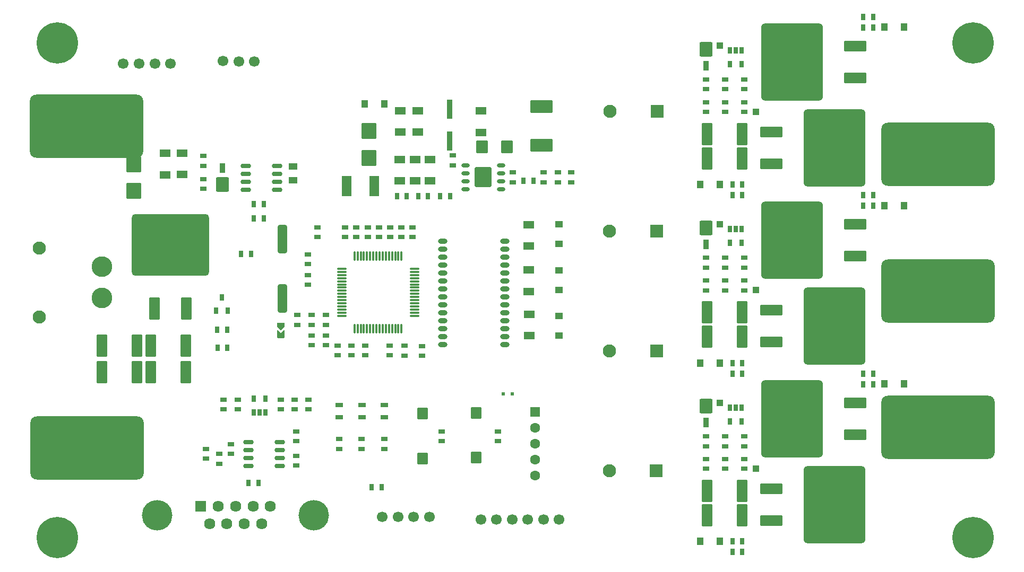
<source format=gts>
G04*
G04 #@! TF.GenerationSoftware,Altium Limited,Altium Designer,22.6.1 (34)*
G04*
G04 Layer_Color=8388736*
%FSLAX44Y44*%
%MOMM*%
G71*
G04*
G04 #@! TF.SameCoordinates,466ED6EB-786F-44DC-B84E-C9F39F190A86*
G04*
G04*
G04 #@! TF.FilePolarity,Negative*
G04*
G01*
G75*
G04:AMPARAMS|DCode=23|XSize=4.6mm|YSize=1.6mm|CornerRadius=0.425mm|HoleSize=0mm|Usage=FLASHONLY|Rotation=90.000|XOffset=0mm|YOffset=0mm|HoleType=Round|Shape=RoundedRectangle|*
%AMROUNDEDRECTD23*
21,1,4.6000,0.7500,0,0,90.0*
21,1,3.7500,1.6000,0,0,90.0*
1,1,0.8500,0.3750,1.8750*
1,1,0.8500,0.3750,-1.8750*
1,1,0.8500,-0.3750,-1.8750*
1,1,0.8500,-0.3750,1.8750*
%
%ADD23ROUNDEDRECTD23*%
%ADD24R,0.7900X1.0900*%
G04:AMPARAMS|DCode=25|XSize=3.16mm|YSize=2.66mm|CornerRadius=0.16mm|HoleSize=0mm|Usage=FLASHONLY|Rotation=90.000|XOffset=0mm|YOffset=0mm|HoleType=Round|Shape=RoundedRectangle|*
%AMROUNDEDRECTD25*
21,1,3.1600,2.3400,0,0,90.0*
21,1,2.8400,2.6600,0,0,90.0*
1,1,0.3200,1.1700,1.4200*
1,1,0.3200,1.1700,-1.4200*
1,1,0.3200,-1.1700,-1.4200*
1,1,0.3200,-1.1700,1.4200*
%
%ADD25ROUNDEDRECTD25*%
%ADD26O,1.3600X0.6600*%
%ADD27O,1.7000X0.7500*%
%ADD28O,1.5400X0.2940*%
%ADD29O,0.2940X1.5400*%
%ADD30O,1.5000X0.8000*%
G04:AMPARAMS|DCode=31|XSize=1.1mm|YSize=1.1mm|CornerRadius=0.15mm|HoleSize=0mm|Usage=FLASHONLY|Rotation=270.000|XOffset=0mm|YOffset=0mm|HoleType=Round|Shape=RoundedRectangle|*
%AMROUNDEDRECTD31*
21,1,1.1000,0.8000,0,0,270.0*
21,1,0.8000,1.1000,0,0,270.0*
1,1,0.3000,-0.4000,-0.4000*
1,1,0.3000,-0.4000,0.4000*
1,1,0.3000,0.4000,0.4000*
1,1,0.3000,0.4000,-0.4000*
%
%ADD31ROUNDEDRECTD31*%
%ADD32R,0.2000X0.2000*%
%ADD33R,1.0000X0.7000*%
G04:AMPARAMS|DCode=34|XSize=1.7mm|YSize=3.6mm|CornerRadius=0.21mm|HoleSize=0mm|Usage=FLASHONLY|Rotation=0.000|XOffset=0mm|YOffset=0mm|HoleType=Round|Shape=RoundedRectangle|*
%AMROUNDEDRECTD34*
21,1,1.7000,3.1800,0,0,0.0*
21,1,1.2800,3.6000,0,0,0.0*
1,1,0.4200,0.6400,-1.5900*
1,1,0.4200,-0.6400,-1.5900*
1,1,0.4200,-0.6400,1.5900*
1,1,0.4200,0.6400,1.5900*
%
%ADD34ROUNDEDRECTD34*%
%ADD35R,0.7000X1.0000*%
G04:AMPARAMS|DCode=36|XSize=12.3mm|YSize=9.85mm|CornerRadius=0.5375mm|HoleSize=0mm|Usage=FLASHONLY|Rotation=270.000|XOffset=0mm|YOffset=0mm|HoleType=Round|Shape=RoundedRectangle|*
%AMROUNDEDRECTD36*
21,1,12.3000,8.7750,0,0,270.0*
21,1,11.2250,9.8500,0,0,270.0*
1,1,1.0750,-4.3875,-5.6125*
1,1,1.0750,-4.3875,5.6125*
1,1,1.0750,4.3875,5.6125*
1,1,1.0750,4.3875,-5.6125*
%
%ADD36ROUNDEDRECTD36*%
G04:AMPARAMS|DCode=37|XSize=1.7mm|YSize=3.6mm|CornerRadius=0.21mm|HoleSize=0mm|Usage=FLASHONLY|Rotation=270.000|XOffset=0mm|YOffset=0mm|HoleType=Round|Shape=RoundedRectangle|*
%AMROUNDEDRECTD37*
21,1,1.7000,3.1800,0,0,270.0*
21,1,1.2800,3.6000,0,0,270.0*
1,1,0.4200,-1.5900,-0.6400*
1,1,0.4200,-1.5900,0.6400*
1,1,0.4200,1.5900,0.6400*
1,1,0.4200,1.5900,-0.6400*
%
%ADD37ROUNDEDRECTD37*%
%ADD38R,0.8000X1.0000*%
G04:AMPARAMS|DCode=39|XSize=12.3mm|YSize=9.85mm|CornerRadius=0.5375mm|HoleSize=0mm|Usage=FLASHONLY|Rotation=0.000|XOffset=0mm|YOffset=0mm|HoleType=Round|Shape=RoundedRectangle|*
%AMROUNDEDRECTD39*
21,1,12.3000,8.7750,0,0,0.0*
21,1,11.2250,9.8500,0,0,0.0*
1,1,1.0750,5.6125,-4.3875*
1,1,1.0750,-5.6125,-4.3875*
1,1,1.0750,-5.6125,4.3875*
1,1,1.0750,5.6125,4.3875*
%
%ADD39ROUNDEDRECTD39*%
G04:AMPARAMS|DCode=40|XSize=2.1mm|YSize=3.6mm|CornerRadius=0.25mm|HoleSize=0mm|Usage=FLASHONLY|Rotation=270.000|XOffset=0mm|YOffset=0mm|HoleType=Round|Shape=RoundedRectangle|*
%AMROUNDEDRECTD40*
21,1,2.1000,3.1000,0,0,270.0*
21,1,1.6000,3.6000,0,0,270.0*
1,1,0.5000,-1.5500,-0.8000*
1,1,0.5000,-1.5500,0.8000*
1,1,0.5000,1.5500,0.8000*
1,1,0.5000,1.5500,-0.8000*
%
%ADD40ROUNDEDRECTD40*%
G04:AMPARAMS|DCode=41|XSize=1.6mm|YSize=3.3mm|CornerRadius=0.2mm|HoleSize=0mm|Usage=FLASHONLY|Rotation=0.000|XOffset=0mm|YOffset=0mm|HoleType=Round|Shape=RoundedRectangle|*
%AMROUNDEDRECTD41*
21,1,1.6000,2.9000,0,0,0.0*
21,1,1.2000,3.3000,0,0,0.0*
1,1,0.4000,0.6000,-1.4500*
1,1,0.4000,-0.6000,-1.4500*
1,1,0.4000,-0.6000,1.4500*
1,1,0.4000,0.6000,1.4500*
%
%ADD41ROUNDEDRECTD41*%
G04:AMPARAMS|DCode=42|XSize=2.3mm|YSize=2.1mm|CornerRadius=0.25mm|HoleSize=0mm|Usage=FLASHONLY|Rotation=270.000|XOffset=0mm|YOffset=0mm|HoleType=Round|Shape=RoundedRectangle|*
%AMROUNDEDRECTD42*
21,1,2.3000,1.6000,0,0,270.0*
21,1,1.8000,2.1000,0,0,270.0*
1,1,0.5000,-0.8000,-0.9000*
1,1,0.5000,-0.8000,0.9000*
1,1,0.5000,0.8000,0.9000*
1,1,0.5000,0.8000,-0.9000*
%
%ADD42ROUNDEDRECTD42*%
G04:AMPARAMS|DCode=43|XSize=1.6mm|YSize=0.9mm|CornerRadius=0.13mm|HoleSize=0mm|Usage=FLASHONLY|Rotation=270.000|XOffset=0mm|YOffset=0mm|HoleType=Round|Shape=RoundedRectangle|*
%AMROUNDEDRECTD43*
21,1,1.6000,0.6400,0,0,270.0*
21,1,1.3400,0.9000,0,0,270.0*
1,1,0.2600,-0.3200,-0.6700*
1,1,0.2600,-0.3200,0.6700*
1,1,0.2600,0.3200,0.6700*
1,1,0.2600,0.3200,-0.6700*
%
%ADD43ROUNDEDRECTD43*%
%ADD44R,1.0500X1.1500*%
G04:AMPARAMS|DCode=45|XSize=2.6mm|YSize=2.4mm|CornerRadius=0.28mm|HoleSize=0mm|Usage=FLASHONLY|Rotation=270.000|XOffset=0mm|YOffset=0mm|HoleType=Round|Shape=RoundedRectangle|*
%AMROUNDEDRECTD45*
21,1,2.6000,1.8400,0,0,270.0*
21,1,2.0400,2.4000,0,0,270.0*
1,1,0.5600,-0.9200,-1.0200*
1,1,0.5600,-0.9200,1.0200*
1,1,0.5600,0.9200,1.0200*
1,1,0.5600,0.9200,-1.0200*
%
%ADD45ROUNDEDRECTD45*%
G04:AMPARAMS|DCode=46|XSize=1.9mm|YSize=2.1mm|CornerRadius=0.23mm|HoleSize=0mm|Usage=FLASHONLY|Rotation=0.000|XOffset=0mm|YOffset=0mm|HoleType=Round|Shape=RoundedRectangle|*
%AMROUNDEDRECTD46*
21,1,1.9000,1.6400,0,0,0.0*
21,1,1.4400,2.1000,0,0,0.0*
1,1,0.4600,0.7200,-0.8200*
1,1,0.4600,-0.7200,-0.8200*
1,1,0.4600,-0.7200,0.8200*
1,1,0.4600,0.7200,0.8200*
%
%ADD46ROUNDEDRECTD46*%
%ADD47R,1.2000X0.8000*%
%ADD48R,0.5000X0.6000*%
%ADD49R,1.1500X1.0500*%
%ADD50R,1.8000X1.2000*%
%ADD51R,1.4000X1.0000*%
%ADD52R,0.9000X3.1000*%
G04:AMPARAMS|DCode=53|XSize=1.7mm|YSize=1.9mm|CornerRadius=0.21mm|HoleSize=0mm|Usage=FLASHONLY|Rotation=0.000|XOffset=0mm|YOffset=0mm|HoleType=Round|Shape=RoundedRectangle|*
%AMROUNDEDRECTD53*
21,1,1.7000,1.4800,0,0,0.0*
21,1,1.2800,1.9000,0,0,0.0*
1,1,0.4200,0.6400,-0.7400*
1,1,0.4200,-0.6400,-0.7400*
1,1,0.4200,-0.6400,0.7400*
1,1,0.4200,0.6400,0.7400*
%
%ADD53ROUNDEDRECTD53*%
%ADD54C,1.7000*%
G04:AMPARAMS|DCode=55|XSize=18.1mm|YSize=10.1mm|CornerRadius=1.05mm|HoleSize=0mm|Usage=FLASHONLY|Rotation=180.000|XOffset=0mm|YOffset=0mm|HoleType=Round|Shape=RoundedRectangle|*
%AMROUNDEDRECTD55*
21,1,18.1000,8.0000,0,0,180.0*
21,1,16.0000,10.1000,0,0,180.0*
1,1,2.1000,-8.0000,4.0000*
1,1,2.1000,8.0000,4.0000*
1,1,2.1000,8.0000,-4.0000*
1,1,2.1000,-8.0000,-4.0000*
%
%ADD55ROUNDEDRECTD55*%
%ADD56R,1.7900X1.7900*%
%ADD57C,1.7900*%
%ADD58C,4.8600*%
%ADD59C,2.1000*%
%ADD60C,3.3000*%
%ADD61R,1.6000X1.6000*%
%ADD62C,1.6000*%
%ADD63R,2.1000X2.1000*%
%ADD64C,6.6000*%
%ADD65C,0.9000*%
G36*
X25178Y-363421D02*
X25272Y-363450D01*
X25359Y-363496D01*
X25435Y-363559D01*
X25498Y-363635D01*
X25544Y-363722D01*
X25573Y-363816D01*
X25582Y-363914D01*
Y-370586D01*
X25582Y-370586D01*
X25578Y-370635D01*
X25573Y-370684D01*
X25551Y-370756D01*
X25544Y-370778D01*
X25498Y-370865D01*
X25435Y-370941D01*
X20357Y-376020D01*
X20357Y-376020D01*
X20280Y-376082D01*
X20194Y-376129D01*
X20172Y-376135D01*
X20099Y-376157D01*
X20001Y-376167D01*
X19903Y-376157D01*
X19809Y-376129D01*
X19722Y-376082D01*
X19646Y-376020D01*
X14565Y-370939D01*
X14565Y-370939D01*
X14503Y-370863D01*
X14456Y-370776D01*
X14450Y-370754D01*
X14428Y-370682D01*
X14418Y-370584D01*
Y-363914D01*
X14428Y-363816D01*
X14456Y-363722D01*
X14503Y-363635D01*
X14565Y-363559D01*
X14641Y-363496D01*
X14728Y-363450D01*
X14822Y-363421D01*
X14921Y-363412D01*
X25080D01*
X25178Y-363421D01*
D02*
G37*
G36*
X25129Y-375300D02*
X25178Y-375305D01*
X25250Y-375327D01*
X25272Y-375333D01*
X25359Y-375380D01*
X25435Y-375442D01*
X25498Y-375518D01*
X25544Y-375605D01*
X25551Y-375627D01*
X25573Y-375700D01*
X25578Y-375748D01*
X25582Y-375798D01*
X25582Y-375798D01*
Y-387500D01*
X25573Y-387598D01*
X25544Y-387692D01*
X25498Y-387779D01*
X25435Y-387855D01*
X25359Y-387918D01*
X25272Y-387964D01*
X25178Y-387993D01*
X25080Y-388002D01*
X14920D01*
X14822Y-387993D01*
X14728Y-387964D01*
X14641Y-387918D01*
X14565Y-387855D01*
X14502Y-387779D01*
X14456Y-387692D01*
X14427Y-387598D01*
X14418Y-387500D01*
Y-375798D01*
X14418Y-375798D01*
X14427Y-375700D01*
X14456Y-375605D01*
X14502Y-375518D01*
X14565Y-375442D01*
X14641Y-375380D01*
X14728Y-375333D01*
X14822Y-375305D01*
X14920Y-375295D01*
X15009Y-375304D01*
X15018Y-375305D01*
X15112Y-375333D01*
X15199Y-375380D01*
X15241Y-375414D01*
X15275Y-375442D01*
X15275Y-375442D01*
X20000Y-380167D01*
X24725Y-375442D01*
X24801Y-375380D01*
X24888Y-375333D01*
X24910Y-375327D01*
X24982Y-375305D01*
X25031Y-375300D01*
X25080Y-375295D01*
X25129Y-375300D01*
D02*
G37*
D23*
X23000Y-230000D02*
D03*
Y-325000D02*
D03*
D24*
X755000Y-521000D02*
D03*
X736000D02*
D03*
X755000Y-499000D02*
D03*
X745500D02*
D03*
X736000D02*
D03*
X-23500Y-484500D02*
D03*
X-4500D02*
D03*
X-23500Y-506500D02*
D03*
X-14000D02*
D03*
X-4500D02*
D03*
X755000Y-235850D02*
D03*
X736000D02*
D03*
X755000Y-213850D02*
D03*
X745500D02*
D03*
X736000D02*
D03*
X755000Y49000D02*
D03*
X736000D02*
D03*
X755000Y71000D02*
D03*
X745500D02*
D03*
X736000D02*
D03*
D25*
X343000Y-131300D02*
D03*
D26*
X371000Y-150350D02*
D03*
Y-137650D02*
D03*
Y-124950D02*
D03*
Y-112250D02*
D03*
X315000Y-150350D02*
D03*
Y-137650D02*
D03*
Y-124950D02*
D03*
Y-112250D02*
D03*
D27*
X14250Y-138750D02*
D03*
Y-151450D02*
D03*
Y-126050D02*
D03*
Y-113350D02*
D03*
X-35750D02*
D03*
X-35750Y-151450D02*
D03*
Y-138750D02*
D03*
Y-126050D02*
D03*
X-31750Y-566810D02*
D03*
Y-554110D02*
D03*
Y-579510D02*
D03*
Y-592210D02*
D03*
X18250D02*
D03*
X18250Y-554110D02*
D03*
Y-566810D02*
D03*
Y-579510D02*
D03*
D28*
X117000Y-352500D02*
D03*
Y-347500D02*
D03*
Y-342500D02*
D03*
Y-337500D02*
D03*
Y-332500D02*
D03*
Y-327500D02*
D03*
Y-322500D02*
D03*
Y-317500D02*
D03*
Y-312500D02*
D03*
Y-307500D02*
D03*
Y-302500D02*
D03*
Y-297500D02*
D03*
Y-292500D02*
D03*
Y-287500D02*
D03*
Y-282500D02*
D03*
Y-277500D02*
D03*
X233000Y-352500D02*
D03*
Y-347500D02*
D03*
Y-342500D02*
D03*
Y-337500D02*
D03*
Y-332500D02*
D03*
Y-327500D02*
D03*
Y-322500D02*
D03*
Y-317500D02*
D03*
Y-312500D02*
D03*
Y-307500D02*
D03*
Y-302500D02*
D03*
Y-297500D02*
D03*
Y-292500D02*
D03*
Y-287500D02*
D03*
Y-282500D02*
D03*
Y-277500D02*
D03*
D29*
X137500Y-373000D02*
D03*
X142500D02*
D03*
X147500D02*
D03*
X152500D02*
D03*
X157500D02*
D03*
X162500D02*
D03*
X167500D02*
D03*
X172500D02*
D03*
X177500D02*
D03*
X212500D02*
D03*
X207500D02*
D03*
X202500D02*
D03*
X197500D02*
D03*
X192500D02*
D03*
X187500D02*
D03*
X182500D02*
D03*
X137500Y-257000D02*
D03*
X147500D02*
D03*
X152500D02*
D03*
X157500D02*
D03*
X162500D02*
D03*
X167500D02*
D03*
X172500D02*
D03*
X142500D02*
D03*
X177500D02*
D03*
X212500D02*
D03*
X207500D02*
D03*
X202500D02*
D03*
X197500D02*
D03*
X192500D02*
D03*
X187500D02*
D03*
X182500D02*
D03*
D30*
X377500Y-398200D02*
D03*
Y-385500D02*
D03*
Y-372800D02*
D03*
Y-360100D02*
D03*
Y-347400D02*
D03*
Y-334700D02*
D03*
Y-322000D02*
D03*
Y-309300D02*
D03*
Y-296600D02*
D03*
Y-283900D02*
D03*
Y-271200D02*
D03*
Y-258500D02*
D03*
Y-245800D02*
D03*
Y-233100D02*
D03*
X278440Y-398200D02*
D03*
Y-385500D02*
D03*
Y-372800D02*
D03*
Y-360100D02*
D03*
Y-347400D02*
D03*
Y-334700D02*
D03*
Y-322000D02*
D03*
Y-309300D02*
D03*
Y-296600D02*
D03*
Y-283900D02*
D03*
Y-271200D02*
D03*
Y-258500D02*
D03*
Y-245800D02*
D03*
Y-233100D02*
D03*
D31*
X720000Y-491250D02*
D03*
X777750Y-596750D02*
D03*
X720000Y-206100D02*
D03*
X777750Y-311600D02*
D03*
X720000Y78750D02*
D03*
X777750Y-26750D02*
D03*
D32*
X20000Y-368500D02*
D03*
Y-383500D02*
D03*
D33*
X698000Y-560800D02*
D03*
Y-545200D02*
D03*
X698250Y-597050D02*
D03*
Y-581450D02*
D03*
X728500Y-596950D02*
D03*
Y-581350D02*
D03*
X759000Y-596950D02*
D03*
Y-581350D02*
D03*
Y-560800D02*
D03*
Y-545200D02*
D03*
X698000Y-275650D02*
D03*
Y-260050D02*
D03*
Y-311800D02*
D03*
Y-296200D02*
D03*
X728500Y-311800D02*
D03*
Y-296200D02*
D03*
X759000Y-311800D02*
D03*
Y-296200D02*
D03*
Y-275650D02*
D03*
Y-260050D02*
D03*
X44500Y-537450D02*
D03*
Y-553050D02*
D03*
X-99500Y-580800D02*
D03*
Y-565200D02*
D03*
X-78000Y-588850D02*
D03*
Y-573250D02*
D03*
X-59500Y-573300D02*
D03*
Y-557700D02*
D03*
X44750Y-591550D02*
D03*
Y-575950D02*
D03*
X462000Y-123450D02*
D03*
Y-139050D02*
D03*
X483000D02*
D03*
Y-123450D02*
D03*
X41750Y-502050D02*
D03*
Y-486450D02*
D03*
X19750Y-502050D02*
D03*
Y-486450D02*
D03*
X63750Y-502050D02*
D03*
Y-486450D02*
D03*
X-71250D02*
D03*
Y-502050D02*
D03*
X698000Y9200D02*
D03*
Y24800D02*
D03*
Y-26950D02*
D03*
Y-11350D02*
D03*
X728500Y-26950D02*
D03*
Y-11350D02*
D03*
X759000Y-26950D02*
D03*
Y-11350D02*
D03*
Y9200D02*
D03*
Y24800D02*
D03*
X78500Y-226800D02*
D03*
Y-211200D02*
D03*
X113000Y-565050D02*
D03*
Y-549450D02*
D03*
X149125Y-565050D02*
D03*
Y-549450D02*
D03*
X185250Y-565050D02*
D03*
Y-549450D02*
D03*
X245250Y-416550D02*
D03*
Y-400950D02*
D03*
X-103250Y-149800D02*
D03*
Y-134200D02*
D03*
Y-112800D02*
D03*
Y-97200D02*
D03*
X69000Y-399800D02*
D03*
Y-384200D02*
D03*
X728500Y-545200D02*
D03*
Y-560800D02*
D03*
X439000Y-123450D02*
D03*
Y-139050D02*
D03*
X390000Y-123450D02*
D03*
Y-139050D02*
D03*
X728500Y-260050D02*
D03*
Y-275650D02*
D03*
X294000Y-112050D02*
D03*
Y-96450D02*
D03*
X-48250Y-486450D02*
D03*
Y-502050D02*
D03*
X728500Y24800D02*
D03*
Y9200D02*
D03*
X92000Y-351200D02*
D03*
Y-366800D02*
D03*
X46000Y-351400D02*
D03*
Y-367000D02*
D03*
X69000Y-351200D02*
D03*
Y-366800D02*
D03*
X92000Y-384200D02*
D03*
Y-399800D02*
D03*
X122750Y-211450D02*
D03*
Y-227050D02*
D03*
X158500Y-211450D02*
D03*
Y-227050D02*
D03*
X133000Y-415800D02*
D03*
Y-400200D02*
D03*
X194250Y-211450D02*
D03*
Y-227050D02*
D03*
X176375Y-211450D02*
D03*
Y-227050D02*
D03*
X194000Y-415800D02*
D03*
Y-400200D02*
D03*
X111000D02*
D03*
Y-415800D02*
D03*
X155000D02*
D03*
Y-400200D02*
D03*
X217000Y-400400D02*
D03*
Y-416000D02*
D03*
X140625Y-211450D02*
D03*
Y-227050D02*
D03*
X212125Y-211450D02*
D03*
Y-227050D02*
D03*
X230000Y-211450D02*
D03*
Y-227050D02*
D03*
X277000Y-537200D02*
D03*
Y-552800D02*
D03*
X63000Y-287200D02*
D03*
Y-302800D02*
D03*
Y-269800D02*
D03*
Y-254200D02*
D03*
X366000Y-552800D02*
D03*
Y-537200D02*
D03*
D34*
X755999Y-670996D02*
D03*
X699999D02*
D03*
X756000Y-632000D02*
D03*
X700000D02*
D03*
X755999Y-385847D02*
D03*
X699999D02*
D03*
X756000Y-346850D02*
D03*
X700000D02*
D03*
X-209250Y-442250D02*
D03*
X-265250D02*
D03*
X-209250Y-400000D02*
D03*
X-265250D02*
D03*
X-131250D02*
D03*
X-187250D02*
D03*
X-131250Y-442250D02*
D03*
X-187250D02*
D03*
X755999Y-100997D02*
D03*
X699999D02*
D03*
X756000Y-62000D02*
D03*
X700000D02*
D03*
X-130850Y-341000D02*
D03*
X-181650D02*
D03*
D35*
X740200Y-730000D02*
D03*
X755800D02*
D03*
X740200Y-713000D02*
D03*
X755800D02*
D03*
X964800Y-445000D02*
D03*
X949200D02*
D03*
X964800Y-462000D02*
D03*
X949200D02*
D03*
X740200Y-444850D02*
D03*
X755800D02*
D03*
X740200Y-427850D02*
D03*
X755800D02*
D03*
X964800Y-159850D02*
D03*
X949200D02*
D03*
X964800Y-176850D02*
D03*
X949200D02*
D03*
X422800Y-137250D02*
D03*
X407200D02*
D03*
X274200Y-161250D02*
D03*
X289800D02*
D03*
X254800D02*
D03*
X239200D02*
D03*
X220800D02*
D03*
X205200D02*
D03*
X-81050Y-404000D02*
D03*
X-65450D02*
D03*
X-65700Y-375000D02*
D03*
X-81300D02*
D03*
X-43050Y-253500D02*
D03*
X-27450D02*
D03*
X740200Y-160000D02*
D03*
X755800D02*
D03*
X740200Y-143000D02*
D03*
X755800D02*
D03*
X964800Y125000D02*
D03*
X949200D02*
D03*
X964800Y108000D02*
D03*
X949200D02*
D03*
X-22800Y-174000D02*
D03*
X-7200D02*
D03*
X-22800Y-196750D02*
D03*
X-7200D02*
D03*
X-15700Y-619500D02*
D03*
X-31300D02*
D03*
X180600Y-626000D02*
D03*
X165000D02*
D03*
D36*
X903250Y-654000D02*
D03*
X835000Y-517000D02*
D03*
X903250Y-368850D02*
D03*
X835000Y-231850D02*
D03*
X903250Y-84000D02*
D03*
X835000Y53000D02*
D03*
D37*
X802000Y-679400D02*
D03*
Y-628600D02*
D03*
X936250Y-491600D02*
D03*
Y-542400D02*
D03*
X802000Y-394250D02*
D03*
Y-343450D02*
D03*
X936250Y-206450D02*
D03*
Y-257250D02*
D03*
X802000Y-109400D02*
D03*
Y-58600D02*
D03*
X936250Y78400D02*
D03*
Y27600D02*
D03*
D38*
X-73750Y-323500D02*
D03*
X-64250Y-344500D02*
D03*
X-83250D02*
D03*
D39*
X-156250Y-239750D02*
D03*
D40*
X436000Y-18000D02*
D03*
Y-80500D02*
D03*
D41*
X125250Y-145750D02*
D03*
X169250D02*
D03*
D42*
X698000Y-497000D02*
D03*
Y-212250D02*
D03*
Y73000D02*
D03*
X-73250Y-143000D02*
D03*
D43*
X698000Y-523000D02*
D03*
Y-238250D02*
D03*
Y47000D02*
D03*
X-73250Y-117000D02*
D03*
D44*
X688750Y-713000D02*
D03*
X720000D02*
D03*
X1013750Y-461500D02*
D03*
X982500D02*
D03*
X688750Y-427850D02*
D03*
X720000D02*
D03*
X1013750Y-176350D02*
D03*
X982500D02*
D03*
X185000Y-14500D02*
D03*
X153750D02*
D03*
X688750Y-143000D02*
D03*
X720000D02*
D03*
X1013750Y108500D02*
D03*
X982500D02*
D03*
D45*
X161000Y-57250D02*
D03*
Y-100250D02*
D03*
X-214500Y-153250D02*
D03*
Y-110250D02*
D03*
D46*
X341000Y-82500D02*
D03*
X381000D02*
D03*
D47*
X113250Y-494750D02*
D03*
Y-514250D02*
D03*
X149375Y-494750D02*
D03*
Y-514250D02*
D03*
X185500Y-494750D02*
D03*
Y-514250D02*
D03*
D48*
X389000Y-477500D02*
D03*
X375000D02*
D03*
D49*
X464000Y-352750D02*
D03*
Y-384000D02*
D03*
Y-279750D02*
D03*
Y-311000D02*
D03*
Y-206750D02*
D03*
Y-238000D02*
D03*
D50*
X339000Y-59500D02*
D03*
Y-25500D02*
D03*
X238250Y-59250D02*
D03*
Y-25250D02*
D03*
X234000Y-103250D02*
D03*
Y-137250D02*
D03*
X258000Y-103250D02*
D03*
Y-137250D02*
D03*
X210000Y-103250D02*
D03*
Y-137250D02*
D03*
X210750Y-59250D02*
D03*
Y-25250D02*
D03*
X416500Y-384500D02*
D03*
Y-350500D02*
D03*
X415500Y-313500D02*
D03*
Y-279500D02*
D03*
Y-241000D02*
D03*
Y-207000D02*
D03*
X-137500Y-126750D02*
D03*
Y-92750D02*
D03*
X-164500Y-127250D02*
D03*
Y-93250D02*
D03*
D51*
X39750Y-113750D02*
D03*
Y-135750D02*
D03*
D52*
X289000Y-22250D02*
D03*
Y-73304D02*
D03*
D53*
X246000Y-509000D02*
D03*
Y-580250D02*
D03*
X332000Y-579250D02*
D03*
Y-508000D02*
D03*
D54*
X232000Y-674000D02*
D03*
X257000Y-673750D02*
D03*
X207000D02*
D03*
X182000D02*
D03*
X-206000Y50250D02*
D03*
X-231000Y50000D02*
D03*
X-181000D02*
D03*
X-156000D02*
D03*
X-72000Y54250D02*
D03*
X-47000Y54000D02*
D03*
X-22000D02*
D03*
X464000Y-677750D02*
D03*
X439000D02*
D03*
X389000Y-678000D02*
D03*
X414000Y-677750D02*
D03*
X364000D02*
D03*
X339000D02*
D03*
D55*
X1068000Y-531000D02*
D03*
Y-313000D02*
D03*
Y-95000D02*
D03*
X-289000Y-564000D02*
D03*
X-290000Y-50000D02*
D03*
D56*
X-107450Y-656600D02*
D03*
D57*
X-93600Y-685000D02*
D03*
X-79750Y-656600D02*
D03*
X-65900Y-685000D02*
D03*
X-52050Y-656600D02*
D03*
X-38200Y-685000D02*
D03*
X-24350Y-656600D02*
D03*
X-10500Y-685000D02*
D03*
X3350Y-656600D02*
D03*
D58*
X72900Y-670800D02*
D03*
X-177000D02*
D03*
D59*
X-365246Y-244250D02*
D03*
Y-354250D02*
D03*
X544000Y-600000D02*
D03*
X544500Y-408667D02*
D03*
Y-217333D02*
D03*
X545000Y-26000D02*
D03*
D60*
X-265246Y-324250D02*
D03*
Y-274250D02*
D03*
D61*
X426000Y-505950D02*
D03*
D62*
Y-531350D02*
D03*
Y-556750D02*
D03*
Y-582150D02*
D03*
Y-607550D02*
D03*
D63*
X619000Y-600000D02*
D03*
X619500Y-408667D02*
D03*
Y-217333D02*
D03*
X620000Y-26000D02*
D03*
D64*
X1124000Y83000D02*
D03*
X-336000Y-707000D02*
D03*
Y83000D02*
D03*
X1124000Y-707000D02*
D03*
D65*
X1098000Y-541000D02*
D03*
X1108000Y-531000D02*
D03*
Y-551000D02*
D03*
X1098000Y-561000D02*
D03*
X1118000D02*
D03*
X1128000Y-551000D02*
D03*
X1138000Y-541000D02*
D03*
Y-561000D02*
D03*
X1118000Y-541000D02*
D03*
X1128000Y-571000D02*
D03*
X1118000Y-521000D02*
D03*
X1128000Y-511000D02*
D03*
X1138000Y-501000D02*
D03*
Y-521000D02*
D03*
X1118000Y-501000D02*
D03*
X1128000Y-531000D02*
D03*
X1098000Y-501000D02*
D03*
X1108000Y-491000D02*
D03*
Y-511000D02*
D03*
X1088000Y-491000D02*
D03*
X1098000Y-521000D02*
D03*
X1028000Y-551000D02*
D03*
X1038000Y-541000D02*
D03*
X1028000Y-531000D02*
D03*
X1038000Y-561000D02*
D03*
X998000D02*
D03*
X1008000Y-551000D02*
D03*
X1018000Y-541000D02*
D03*
Y-561000D02*
D03*
X998000Y-541000D02*
D03*
X1008000Y-571000D02*
D03*
X998000Y-521000D02*
D03*
X1008000Y-511000D02*
D03*
X1018000Y-501000D02*
D03*
Y-521000D02*
D03*
X998000Y-501000D02*
D03*
X1008000Y-531000D02*
D03*
X1028000Y-511000D02*
D03*
X1038000Y-501000D02*
D03*
X1048000Y-491000D02*
D03*
X1028000D02*
D03*
X1038000Y-521000D02*
D03*
X1108000Y-571000D02*
D03*
X1148000Y-571000D02*
D03*
Y-551000D02*
D03*
Y-531000D02*
D03*
Y-511000D02*
D03*
Y-491000D02*
D03*
X1128000D02*
D03*
X1078000Y-501000D02*
D03*
X1058000D02*
D03*
X1068000Y-491000D02*
D03*
X1008000D02*
D03*
X988000D02*
D03*
Y-511000D02*
D03*
Y-531000D02*
D03*
Y-551000D02*
D03*
Y-571000D02*
D03*
X1028000D02*
D03*
X1048000D02*
D03*
X1058000Y-561000D02*
D03*
X1078000D02*
D03*
X1088000Y-571000D02*
D03*
X1068000D02*
D03*
X1098000Y-323000D02*
D03*
X1108000Y-313000D02*
D03*
Y-333000D02*
D03*
X1098000Y-343000D02*
D03*
X1118000D02*
D03*
X1128000Y-333000D02*
D03*
X1138000Y-323000D02*
D03*
Y-343000D02*
D03*
X1118000Y-323000D02*
D03*
X1128000Y-353000D02*
D03*
X1118000Y-303000D02*
D03*
X1128000Y-293000D02*
D03*
X1138000Y-283000D02*
D03*
Y-303000D02*
D03*
X1118000Y-283000D02*
D03*
X1128000Y-313000D02*
D03*
X1098000Y-283000D02*
D03*
X1108000Y-273000D02*
D03*
Y-293000D02*
D03*
X1088000Y-273000D02*
D03*
X1098000Y-303000D02*
D03*
X1028000Y-333000D02*
D03*
X1038000Y-323000D02*
D03*
X1028000Y-313000D02*
D03*
X1038000Y-343000D02*
D03*
X998000D02*
D03*
X1008000Y-333000D02*
D03*
X1018000Y-323000D02*
D03*
Y-343000D02*
D03*
X998000Y-323000D02*
D03*
X1008000Y-353000D02*
D03*
X998000Y-303000D02*
D03*
X1008000Y-293000D02*
D03*
X1018000Y-283000D02*
D03*
Y-303000D02*
D03*
X998000Y-283000D02*
D03*
X1008000Y-313000D02*
D03*
X1028000Y-293000D02*
D03*
X1038000Y-283000D02*
D03*
X1048000Y-273000D02*
D03*
X1028000D02*
D03*
X1038000Y-303000D02*
D03*
X1108000Y-353000D02*
D03*
X1148000Y-353000D02*
D03*
Y-333000D02*
D03*
Y-313000D02*
D03*
Y-293000D02*
D03*
Y-273000D02*
D03*
X1128000D02*
D03*
X1078000Y-283000D02*
D03*
X1058000D02*
D03*
X1068000Y-273000D02*
D03*
X1008000D02*
D03*
X988000D02*
D03*
Y-293000D02*
D03*
Y-313000D02*
D03*
Y-333000D02*
D03*
Y-353000D02*
D03*
X1028000D02*
D03*
X1048000D02*
D03*
X1058000Y-343000D02*
D03*
X1078000D02*
D03*
X1088000Y-353000D02*
D03*
X1068000D02*
D03*
X1098000Y-105000D02*
D03*
X1108000Y-95000D02*
D03*
Y-115000D02*
D03*
X1098000Y-125000D02*
D03*
X1118000D02*
D03*
X1128000Y-115000D02*
D03*
X1138000Y-105000D02*
D03*
Y-125000D02*
D03*
X1118000Y-105000D02*
D03*
X1128000Y-135000D02*
D03*
X1118000Y-85000D02*
D03*
X1128000Y-75000D02*
D03*
X1138000Y-65000D02*
D03*
Y-85000D02*
D03*
X1118000Y-65000D02*
D03*
X1128000Y-95000D02*
D03*
X1098000Y-65000D02*
D03*
X1108000Y-55000D02*
D03*
Y-75000D02*
D03*
X1088000Y-55000D02*
D03*
X1098000Y-85000D02*
D03*
X1028000Y-115000D02*
D03*
X1038000Y-105000D02*
D03*
X1028000Y-95000D02*
D03*
X1038000Y-125000D02*
D03*
X998000D02*
D03*
X1008000Y-115000D02*
D03*
X1018000Y-105000D02*
D03*
Y-125000D02*
D03*
X998000Y-105000D02*
D03*
X1008000Y-135000D02*
D03*
X998000Y-85000D02*
D03*
X1008000Y-75000D02*
D03*
X1018000Y-65000D02*
D03*
Y-85000D02*
D03*
X998000Y-65000D02*
D03*
X1008000Y-95000D02*
D03*
X1028000Y-75000D02*
D03*
X1038000Y-65000D02*
D03*
X1048000Y-55000D02*
D03*
X1028000D02*
D03*
X1038000Y-85000D02*
D03*
X1108000Y-135000D02*
D03*
X1148000Y-135000D02*
D03*
Y-115000D02*
D03*
Y-95000D02*
D03*
Y-75000D02*
D03*
Y-55000D02*
D03*
X1128000D02*
D03*
X1078000Y-65000D02*
D03*
X1058000D02*
D03*
X1068000Y-55000D02*
D03*
X1008000D02*
D03*
X988000D02*
D03*
Y-75000D02*
D03*
Y-95000D02*
D03*
Y-115000D02*
D03*
Y-135000D02*
D03*
X1028000D02*
D03*
X1048000D02*
D03*
X1058000Y-125000D02*
D03*
X1078000D02*
D03*
X1088000Y-135000D02*
D03*
X1068000D02*
D03*
X-259000Y-574000D02*
D03*
X-249000Y-564000D02*
D03*
Y-584000D02*
D03*
X-259000Y-594000D02*
D03*
X-239000D02*
D03*
X-229000Y-584000D02*
D03*
X-219000Y-574000D02*
D03*
Y-594000D02*
D03*
X-239000Y-574000D02*
D03*
X-229000Y-604000D02*
D03*
X-239000Y-554000D02*
D03*
X-229000Y-544000D02*
D03*
X-219000Y-534000D02*
D03*
Y-554000D02*
D03*
X-239000Y-534000D02*
D03*
X-229000Y-564000D02*
D03*
X-259000Y-534000D02*
D03*
X-249000Y-524000D02*
D03*
Y-544000D02*
D03*
X-269000Y-524000D02*
D03*
X-259000Y-554000D02*
D03*
X-329000Y-584000D02*
D03*
X-319000Y-574000D02*
D03*
X-329000Y-564000D02*
D03*
X-319000Y-594000D02*
D03*
X-359000D02*
D03*
X-349000Y-584000D02*
D03*
X-339000Y-574000D02*
D03*
Y-594000D02*
D03*
X-359000Y-574000D02*
D03*
X-349000Y-604000D02*
D03*
X-359000Y-554000D02*
D03*
X-349000Y-544000D02*
D03*
X-339000Y-534000D02*
D03*
Y-554000D02*
D03*
X-359000Y-534000D02*
D03*
X-349000Y-564000D02*
D03*
X-329000Y-544000D02*
D03*
X-319000Y-534000D02*
D03*
X-309000Y-524000D02*
D03*
X-329000D02*
D03*
X-319000Y-554000D02*
D03*
X-249000Y-604000D02*
D03*
X-209000Y-604000D02*
D03*
Y-584000D02*
D03*
Y-564000D02*
D03*
Y-544000D02*
D03*
Y-524000D02*
D03*
X-229000D02*
D03*
X-279000Y-534000D02*
D03*
X-299000D02*
D03*
X-289000Y-524000D02*
D03*
X-349000D02*
D03*
X-369000D02*
D03*
Y-544000D02*
D03*
Y-564000D02*
D03*
Y-584000D02*
D03*
Y-604000D02*
D03*
X-329000D02*
D03*
X-309000D02*
D03*
X-299000Y-594000D02*
D03*
X-279000D02*
D03*
X-269000Y-604000D02*
D03*
X-289000D02*
D03*
X-260000Y-60000D02*
D03*
X-250000Y-50000D02*
D03*
Y-70000D02*
D03*
X-260000Y-80000D02*
D03*
X-240000D02*
D03*
X-230000Y-70000D02*
D03*
X-220000Y-60000D02*
D03*
Y-80000D02*
D03*
X-240000Y-60000D02*
D03*
X-230000Y-90000D02*
D03*
X-240000Y-40000D02*
D03*
X-230000Y-30000D02*
D03*
X-220000Y-20000D02*
D03*
Y-40000D02*
D03*
X-240000Y-20000D02*
D03*
X-230000Y-50000D02*
D03*
X-260000Y-20000D02*
D03*
X-250000Y-10000D02*
D03*
Y-30000D02*
D03*
X-270000Y-10000D02*
D03*
X-260000Y-40000D02*
D03*
X-330000Y-70000D02*
D03*
X-320000Y-60000D02*
D03*
X-330000Y-50000D02*
D03*
X-320000Y-80000D02*
D03*
X-360000D02*
D03*
X-350000Y-70000D02*
D03*
X-340000Y-60000D02*
D03*
Y-80000D02*
D03*
X-360000Y-60000D02*
D03*
X-350000Y-90000D02*
D03*
X-360000Y-40000D02*
D03*
X-350000Y-30000D02*
D03*
X-340000Y-20000D02*
D03*
Y-40000D02*
D03*
X-360000Y-20000D02*
D03*
X-350000Y-50000D02*
D03*
X-330000Y-30000D02*
D03*
X-320000Y-20000D02*
D03*
X-310000Y-10000D02*
D03*
X-330000D02*
D03*
X-320000Y-40000D02*
D03*
X-250000Y-90000D02*
D03*
X-210000Y-90000D02*
D03*
Y-70000D02*
D03*
Y-50000D02*
D03*
Y-30000D02*
D03*
Y-10000D02*
D03*
X-230000D02*
D03*
X-280000Y-20000D02*
D03*
X-300000D02*
D03*
X-290000Y-10000D02*
D03*
X-350000D02*
D03*
X-370000D02*
D03*
Y-30000D02*
D03*
Y-50000D02*
D03*
Y-70000D02*
D03*
Y-90000D02*
D03*
X-330000D02*
D03*
X-310000D02*
D03*
X-300000Y-80000D02*
D03*
X-280000D02*
D03*
X-270000Y-90000D02*
D03*
X-290000D02*
D03*
M02*

</source>
